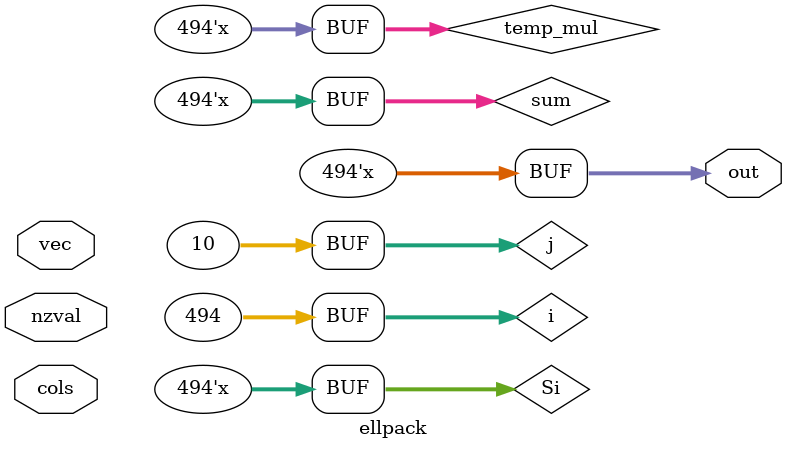
<source format=v>
`define N 494
`define L 10
`define NNZ 1666

module ellpack(
  input [`N*`L-1:0] nzval,
  input [31:0] cols,
  input [`N-1:0] vec,
  output [`N-1:0] out
);

  integer i, j;
  reg [`N-1:0] sum;
  reg [`N-1:0] Si;
  reg [`N-1:0] temp_mul;

  always @(nzval, cols, vec) begin
    for(i=0; i<`N; i=i+1) begin
      sum[i] = out[i];
        for(j=0; j<`L; j=j+1) begin
          temp_mul = nzval[j + i*`L] * vec[cols[j + i*`L]];
          Si <= temp_mul;
          sum[i] = sum[i] + Si;
        end
       out[i] = sum[i];
     end
  end

endmodule
</source>
